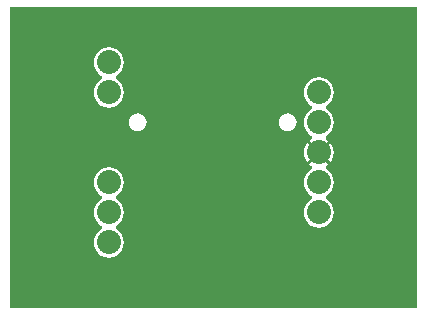
<source format=gbl>
G04*
G04 #@! TF.GenerationSoftware,Altium Limited,Altium Designer,24.9.1 (31)*
G04*
G04 Layer_Physical_Order=2*
G04 Layer_Color=16711680*
%FSLAX44Y44*%
%MOMM*%
G71*
G04*
G04 #@! TF.SameCoordinates,199308C6-6F5E-48ED-9931-2BF6940419F3*
G04*
G04*
G04 #@! TF.FilePolarity,Positive*
G04*
G01*
G75*
%ADD19C,2.0320*%
%ADD20C,0.6096*%
G36*
X344170D02*
X0D01*
Y255270D01*
X344170D01*
Y0D01*
D02*
G37*
%LPC*%
G36*
X83566Y221073D02*
X80251Y220637D01*
X77161Y219357D01*
X74508Y217321D01*
X72473Y214668D01*
X71193Y211579D01*
X70756Y208263D01*
X71193Y204948D01*
X72473Y201859D01*
X74508Y199206D01*
X77161Y197170D01*
X77721Y196938D01*
Y194189D01*
X77161Y193957D01*
X74508Y191921D01*
X72473Y189268D01*
X71193Y186179D01*
X70756Y182864D01*
X71193Y179548D01*
X72473Y176459D01*
X74508Y173806D01*
X77161Y171770D01*
X80251Y170490D01*
X83566Y170054D01*
X86881Y170490D01*
X89971Y171770D01*
X92624Y173806D01*
X94659Y176459D01*
X95939Y179548D01*
X96376Y182864D01*
X95939Y186179D01*
X94659Y189268D01*
X92624Y191921D01*
X89971Y193957D01*
X89411Y194189D01*
Y196938D01*
X89971Y197170D01*
X92624Y199206D01*
X94659Y201859D01*
X95939Y204948D01*
X96376Y208263D01*
X95939Y211579D01*
X94659Y214668D01*
X92624Y217321D01*
X89971Y219357D01*
X86881Y220637D01*
X83566Y221073D01*
D02*
G37*
G36*
X234950Y165085D02*
X232982Y164826D01*
X231147Y164066D01*
X229572Y162858D01*
X228364Y161283D01*
X227604Y159448D01*
X227345Y157480D01*
X227604Y155512D01*
X228364Y153678D01*
X229572Y152102D01*
X231147Y150894D01*
X232982Y150134D01*
X234950Y149875D01*
X236918Y150134D01*
X238752Y150894D01*
X240328Y152102D01*
X241536Y153678D01*
X242296Y155512D01*
X242555Y157480D01*
X242296Y159448D01*
X241536Y161283D01*
X240328Y162858D01*
X238752Y164066D01*
X236918Y164826D01*
X234950Y165085D01*
D02*
G37*
G36*
X107950D02*
X105982Y164826D01*
X104148Y164066D01*
X102572Y162858D01*
X101364Y161283D01*
X100604Y159448D01*
X100345Y157480D01*
X100604Y155512D01*
X101364Y153678D01*
X102572Y152102D01*
X104148Y150894D01*
X105982Y150134D01*
X107950Y149875D01*
X109918Y150134D01*
X111753Y150894D01*
X113328Y152102D01*
X114536Y153678D01*
X115296Y155512D01*
X115555Y157480D01*
X115296Y159448D01*
X114536Y161283D01*
X113328Y162858D01*
X111753Y164066D01*
X109918Y164826D01*
X107950Y165085D01*
D02*
G37*
G36*
X261366Y195673D02*
X258051Y195237D01*
X254961Y193957D01*
X252308Y191921D01*
X250273Y189268D01*
X248993Y186179D01*
X248556Y182864D01*
X248993Y179548D01*
X250273Y176459D01*
X252308Y173806D01*
X254961Y171770D01*
X255521Y171538D01*
Y168789D01*
X254961Y168557D01*
X252308Y166521D01*
X250273Y163868D01*
X248993Y160779D01*
X248556Y157464D01*
X248993Y154148D01*
X250273Y151059D01*
X252308Y148406D01*
X254961Y146370D01*
X255521Y146138D01*
Y143389D01*
X254961Y143157D01*
X253325Y141901D01*
X261366Y133860D01*
X269408Y141901D01*
X267771Y143157D01*
X267211Y143389D01*
Y146138D01*
X267771Y146370D01*
X270424Y148406D01*
X272459Y151059D01*
X273739Y154148D01*
X274176Y157464D01*
X273739Y160779D01*
X272459Y163868D01*
X270424Y166521D01*
X267771Y168557D01*
X267211Y168789D01*
Y171538D01*
X267771Y171770D01*
X270424Y173806D01*
X272459Y176459D01*
X273739Y179548D01*
X274176Y182864D01*
X273739Y186179D01*
X272459Y189268D01*
X270424Y191921D01*
X267771Y193957D01*
X264681Y195237D01*
X261366Y195673D01*
D02*
G37*
G36*
X271203Y140105D02*
X263162Y132064D01*
X271203Y124022D01*
X272459Y125659D01*
X273739Y128748D01*
X274176Y132064D01*
X273739Y135379D01*
X272459Y138468D01*
X271203Y140105D01*
D02*
G37*
G36*
X251528Y140105D02*
X250273Y138468D01*
X248993Y135379D01*
X248556Y132064D01*
X248993Y128748D01*
X250273Y125659D01*
X251528Y124022D01*
X259570Y132064D01*
X251528Y140105D01*
D02*
G37*
G36*
X261366Y130267D02*
X253325Y122226D01*
X254961Y120970D01*
X255521Y120738D01*
Y117989D01*
X254961Y117757D01*
X252308Y115721D01*
X250273Y113068D01*
X248993Y109979D01*
X248556Y106664D01*
X248993Y103348D01*
X250273Y100259D01*
X252308Y97606D01*
X254961Y95570D01*
X255521Y95338D01*
Y92589D01*
X254961Y92357D01*
X252308Y90321D01*
X250273Y87668D01*
X248993Y84579D01*
X248556Y81264D01*
X248993Y77948D01*
X250273Y74859D01*
X252308Y72206D01*
X254961Y70170D01*
X258051Y68890D01*
X261366Y68454D01*
X264681Y68890D01*
X267771Y70170D01*
X270424Y72206D01*
X272459Y74859D01*
X273739Y77948D01*
X274176Y81264D01*
X273739Y84579D01*
X272459Y87668D01*
X270424Y90321D01*
X267771Y92357D01*
X267211Y92589D01*
Y95338D01*
X267771Y95570D01*
X270424Y97606D01*
X272459Y100259D01*
X273739Y103348D01*
X274176Y106664D01*
X273739Y109979D01*
X272459Y113068D01*
X270424Y115721D01*
X267771Y117757D01*
X267211Y117989D01*
Y120738D01*
X267771Y120970D01*
X269408Y122226D01*
X261366Y130267D01*
D02*
G37*
G36*
X83566Y119473D02*
X80251Y119037D01*
X77161Y117757D01*
X74508Y115721D01*
X72473Y113068D01*
X71193Y109979D01*
X70756Y106664D01*
X71193Y103348D01*
X72473Y100259D01*
X74508Y97606D01*
X77161Y95570D01*
X77721Y95338D01*
Y92589D01*
X77161Y92357D01*
X74508Y90321D01*
X72473Y87668D01*
X71193Y84579D01*
X70756Y81264D01*
X71193Y77948D01*
X72473Y74859D01*
X74508Y72206D01*
X77161Y70170D01*
X77721Y69938D01*
Y67189D01*
X77161Y66957D01*
X74508Y64921D01*
X72473Y62268D01*
X71193Y59179D01*
X70756Y55863D01*
X71193Y52548D01*
X72473Y49459D01*
X74508Y46806D01*
X77161Y44770D01*
X80251Y43490D01*
X83566Y43054D01*
X86881Y43490D01*
X89971Y44770D01*
X92624Y46806D01*
X94659Y49459D01*
X95939Y52548D01*
X96376Y55863D01*
X95939Y59179D01*
X94659Y62268D01*
X92624Y64921D01*
X89971Y66957D01*
X89411Y67189D01*
Y69938D01*
X89971Y70170D01*
X92624Y72206D01*
X94659Y74859D01*
X95939Y77948D01*
X96376Y81264D01*
X95939Y84579D01*
X94659Y87668D01*
X92624Y90321D01*
X89971Y92357D01*
X89411Y92589D01*
Y95338D01*
X89971Y95570D01*
X92624Y97606D01*
X94659Y100259D01*
X95939Y103348D01*
X96376Y106664D01*
X95939Y109979D01*
X94659Y113068D01*
X92624Y115721D01*
X89971Y117757D01*
X86881Y119037D01*
X83566Y119473D01*
D02*
G37*
%LPD*%
D19*
X261366Y81264D02*
D03*
X83566Y55863D02*
D03*
X261366Y106664D02*
D03*
X83566Y81264D02*
D03*
X261366Y132064D02*
D03*
X83566Y106664D02*
D03*
X261366Y157464D02*
D03*
X83566Y182864D02*
D03*
X261366D02*
D03*
X83566Y208263D02*
D03*
D20*
X184150Y88900D02*
D03*
X158750Y171450D02*
D03*
X184150D02*
D03*
X158750Y88900D02*
D03*
M02*

</source>
